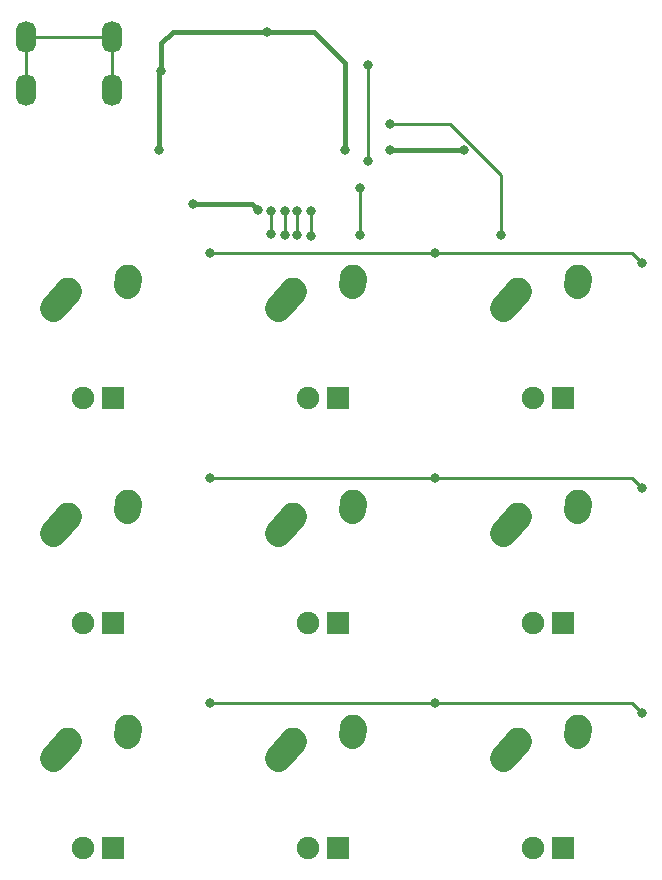
<source format=gbl>
G04 #@! TF.GenerationSoftware,KiCad,Pcbnew,(5.1.2)-2*
G04 #@! TF.CreationDate,2019-08-06T13:22:13-07:00*
G04 #@! TF.ProjectId,first-keyboard,66697273-742d-46b6-9579-626f6172642e,rev?*
G04 #@! TF.SameCoordinates,Original*
G04 #@! TF.FileFunction,Copper,L2,Bot*
G04 #@! TF.FilePolarity,Positive*
%FSLAX46Y46*%
G04 Gerber Fmt 4.6, Leading zero omitted, Abs format (unit mm)*
G04 Created by KiCad (PCBNEW (5.1.2)-2) date 2019-08-06 13:22:13*
%MOMM*%
%LPD*%
G04 APERTURE LIST*
%ADD10O,1.700000X2.700000*%
%ADD11R,1.905000X1.905000*%
%ADD12C,1.905000*%
%ADD13C,2.250000*%
%ADD14C,2.250000*%
%ADD15C,0.800000*%
%ADD16C,0.381000*%
%ADD17C,0.254000*%
G04 APERTURE END LIST*
D10*
X82898000Y-62412000D03*
X75598000Y-62412000D03*
X75598000Y-57912000D03*
X82898000Y-57912000D03*
D11*
X121062750Y-126555500D03*
D12*
X118522750Y-126555500D03*
D13*
X117292750Y-117475500D03*
X116637751Y-118205500D03*
D14*
X115982750Y-118935500D02*
X117292752Y-117475500D01*
D13*
X122332750Y-116395500D03*
X122312750Y-116685500D03*
D14*
X122292750Y-116975500D02*
X122332750Y-116395500D01*
D11*
X102012750Y-126555500D03*
D12*
X99472750Y-126555500D03*
D13*
X98242750Y-117475500D03*
X97587751Y-118205500D03*
D14*
X96932750Y-118935500D02*
X98242752Y-117475500D01*
D13*
X103282750Y-116395500D03*
X103262750Y-116685500D03*
D14*
X103242750Y-116975500D02*
X103282750Y-116395500D01*
D11*
X82962750Y-126555500D03*
D12*
X80422750Y-126555500D03*
D13*
X79192750Y-117475500D03*
X78537751Y-118205500D03*
D14*
X77882750Y-118935500D02*
X79192752Y-117475500D01*
D13*
X84232750Y-116395500D03*
X84212750Y-116685500D03*
D14*
X84192750Y-116975500D02*
X84232750Y-116395500D01*
D11*
X121062750Y-107505500D03*
D12*
X118522750Y-107505500D03*
D13*
X117292750Y-98425500D03*
X116637751Y-99155500D03*
D14*
X115982750Y-99885500D02*
X117292752Y-98425500D01*
D13*
X122332750Y-97345500D03*
X122312750Y-97635500D03*
D14*
X122292750Y-97925500D02*
X122332750Y-97345500D01*
D11*
X102012750Y-107505500D03*
D12*
X99472750Y-107505500D03*
D13*
X98242750Y-98425500D03*
X97587751Y-99155500D03*
D14*
X96932750Y-99885500D02*
X98242752Y-98425500D01*
D13*
X103282750Y-97345500D03*
X103262750Y-97635500D03*
D14*
X103242750Y-97925500D02*
X103282750Y-97345500D01*
D11*
X82962750Y-107505500D03*
D12*
X80422750Y-107505500D03*
D13*
X79192750Y-98425500D03*
X78537751Y-99155500D03*
D14*
X77882750Y-99885500D02*
X79192752Y-98425500D01*
D13*
X84232750Y-97345500D03*
X84212750Y-97635500D03*
D14*
X84192750Y-97925500D02*
X84232750Y-97345500D01*
D11*
X121062750Y-88455500D03*
D12*
X118522750Y-88455500D03*
D13*
X117292750Y-79375500D03*
X116637751Y-80105500D03*
D14*
X115982750Y-80835500D02*
X117292752Y-79375500D01*
D13*
X122332750Y-78295500D03*
X122312750Y-78585500D03*
D14*
X122292750Y-78875500D02*
X122332750Y-78295500D01*
D11*
X102012750Y-88455500D03*
D12*
X99472750Y-88455500D03*
D13*
X98242750Y-79375500D03*
X97587751Y-80105500D03*
D14*
X96932750Y-80835500D02*
X98242752Y-79375500D01*
D13*
X103282750Y-78295500D03*
X103262750Y-78585500D03*
D14*
X103242750Y-78875500D02*
X103282750Y-78295500D01*
D11*
X82962750Y-88455500D03*
D12*
X80422750Y-88455500D03*
D13*
X79192750Y-79375500D03*
X78537751Y-80105500D03*
D14*
X77882750Y-80835500D02*
X79192752Y-79375500D01*
D13*
X84232750Y-78295500D03*
X84212750Y-78585500D03*
D14*
X84192750Y-78875500D02*
X84232750Y-78295500D01*
D15*
X86899750Y-67500500D03*
X87056750Y-60797599D03*
X96043750Y-57467500D03*
X102647750Y-67500500D03*
X106457750Y-67500500D03*
X112680750Y-67500500D03*
X95281750Y-72580500D03*
X89742932Y-72037773D03*
X91217750Y-76231750D03*
X110267750Y-76231750D03*
X127730250Y-77025500D03*
X97536000Y-74676000D03*
X97536000Y-72644000D03*
X91217750Y-95281750D03*
X110267750Y-95281750D03*
X110267750Y-95281750D03*
X127730250Y-96075500D03*
X98583750Y-72644000D03*
X98552000Y-74676000D03*
X98583750Y-72644000D03*
X96393000Y-74612500D03*
X96393000Y-72644000D03*
X96393000Y-72644000D03*
X103917750Y-70675500D03*
X103917750Y-74644250D03*
X104552750Y-60261500D03*
X104552750Y-68389500D03*
X91217750Y-114331750D03*
X110267750Y-114331750D03*
X127730250Y-115125500D03*
X99726750Y-72644000D03*
X99726750Y-74739500D03*
X106457750Y-65249500D03*
X115824000Y-74644250D03*
D16*
X86899750Y-67500500D02*
X86899750Y-60954599D01*
X86899750Y-60954599D02*
X87056750Y-60797599D01*
X87056750Y-60797599D02*
X87056750Y-58453500D01*
X87056750Y-58453500D02*
X88042750Y-57467500D01*
X88042750Y-57467500D02*
X96043750Y-57467500D01*
X96043750Y-57467500D02*
X99980750Y-57467500D01*
X99980750Y-57467500D02*
X102647750Y-60134500D01*
X102647750Y-60134500D02*
X102647750Y-67500500D01*
X106457750Y-67500500D02*
X107023435Y-67500500D01*
X107023435Y-67500500D02*
X112680750Y-67500500D01*
X94739023Y-72037773D02*
X95281750Y-72580500D01*
X89742932Y-72037773D02*
X94739023Y-72037773D01*
D17*
X91217750Y-76231750D02*
X110267750Y-76231750D01*
X110267750Y-76231750D02*
X126936500Y-76231750D01*
X126936500Y-76231750D02*
X127730250Y-77025500D01*
X97536000Y-72644000D02*
X97536000Y-74676000D01*
X91217750Y-95281750D02*
X110267750Y-95281750D01*
X110267750Y-95281750D02*
X126936500Y-95281750D01*
X126936500Y-95281750D02*
X127730250Y-96075500D01*
X98583750Y-74644250D02*
X98552000Y-74676000D01*
X98583750Y-72644000D02*
X98583750Y-74644250D01*
X96393000Y-74612500D02*
X96393000Y-72644000D01*
X103917750Y-74644250D02*
X103917750Y-70675500D01*
X104552750Y-60261500D02*
X104552750Y-68389500D01*
X82898000Y-59516000D02*
X82898000Y-62412000D01*
X82898000Y-57912000D02*
X82898000Y-59516000D01*
X75598000Y-57912000D02*
X75598000Y-62412000D01*
X82898000Y-57912000D02*
X75598000Y-57912000D01*
X91217750Y-114331750D02*
X110267750Y-114331750D01*
X110267750Y-114331750D02*
X126936500Y-114331750D01*
X126936500Y-114331750D02*
X127730250Y-115125500D01*
X99726750Y-74739500D02*
X99726750Y-72707500D01*
X115824000Y-74078565D02*
X115824000Y-74644250D01*
X115824000Y-69567788D02*
X115824000Y-74078565D01*
X111505712Y-65249500D02*
X115824000Y-69567788D01*
X106457750Y-65249500D02*
X111505712Y-65249500D01*
M02*

</source>
